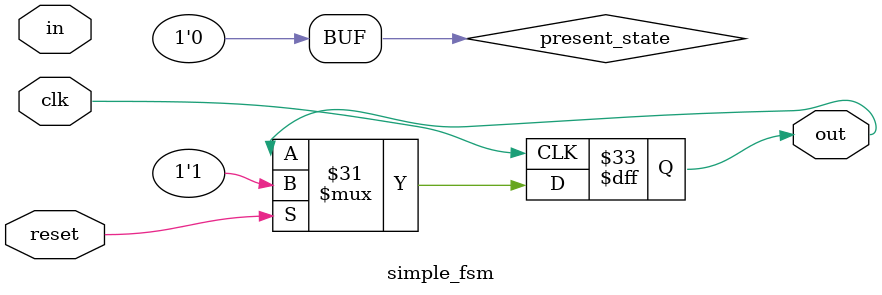
<source format=v>
module simple_fsm(clk, reset, in, out);
input clk;
input reset;
input in;
output out;
wire out;
reg present_state, next_state;
// In state 0, if in=1, stay in state 0. In state 0, if in=0, go to state 1
// In state 1, if in=1, stay in state 1. In state 1, if in=0, go to state 0
// out=1 in state 0 and out=0 in state 1
// next_state=out in state 0 and next_state=out in state 1
initial begin
    present_state = 0;
    next_state = 0;
    out = 1;
end

always @(posedge clk) begin
    if (reset == 1) begin
        out = 1;
    end
    if ((reset == 0) && (in == 1)) begin
        if (present_state == 0) begin
            next_state = 1;
        end
    end
    if ((reset == 0) && (in == 0)) begin
        if (present_state == 1) begin
            next_state = 0;
        end
    end
end
endmodule

</source>
